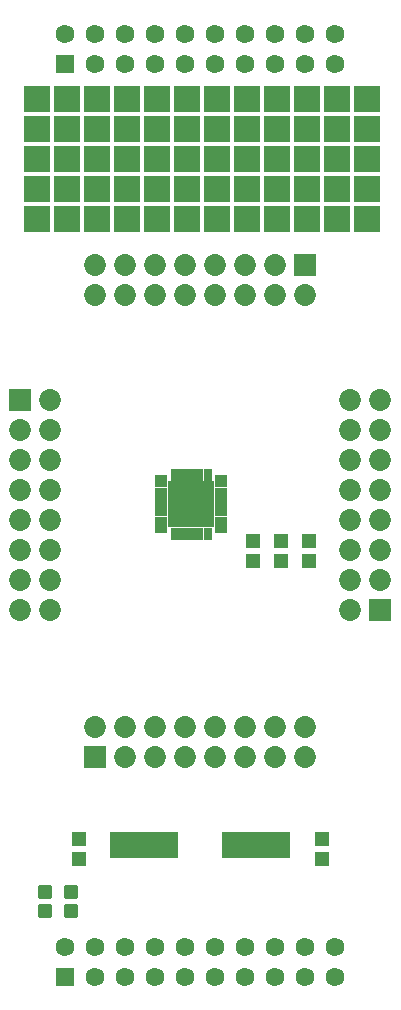
<source format=gbr>
%TF.GenerationSoftware,Altium Limited,Altium Designer,23.4.1 (23)*%
G04 Layer_Color=8388736*
%FSLAX45Y45*%
%MOMM*%
%TF.SameCoordinates,06F9E411-BB4A-4FCF-AF8D-8E7D50D0EFEC*%
%TF.FilePolarity,Negative*%
%TF.FileFunction,Soldermask,Top*%
%TF.Part,Single*%
G01*
G75*
%TA.AperFunction,SMDPad,CuDef*%
G04:AMPARAMS|DCode=31|XSize=1.1432mm|YSize=1.2232mm|CornerRadius=0.1956mm|HoleSize=0mm|Usage=FLASHONLY|Rotation=270.000|XOffset=0mm|YOffset=0mm|HoleType=Round|Shape=RoundedRectangle|*
%AMROUNDEDRECTD31*
21,1,1.14320,0.83200,0,0,270.0*
21,1,0.75200,1.22320,0,0,270.0*
1,1,0.39120,-0.41600,-0.37600*
1,1,0.39120,-0.41600,0.37600*
1,1,0.39120,0.41600,0.37600*
1,1,0.39120,0.41600,-0.37600*
%
%ADD31ROUNDEDRECTD31*%
%ADD32R,1.20320X1.30320*%
%ADD33R,3.95320X3.95320*%
%ADD34R,0.35320X1.00320*%
%ADD35R,1.00320X0.35320*%
%ADD36R,5.80320X2.30320*%
%TA.AperFunction,ComponentPad*%
%ADD37C,1.59320*%
%ADD38R,1.59320X1.59320*%
%ADD39R,1.85320X1.85320*%
%ADD40C,1.85320*%
%TA.AperFunction,ViaPad*%
%ADD41R,2.20320X2.20320*%
%TA.AperFunction,ComponentPad*%
%ADD42R,1.85320X1.85320*%
D31*
X333375Y1222000D02*
D03*
Y1064000D02*
D03*
X555625D02*
D03*
Y1222000D02*
D03*
D32*
X2095500Y4196625D02*
D03*
Y4026625D02*
D03*
X2333625Y4196625D02*
D03*
Y4026625D02*
D03*
X2571750Y4196625D02*
D03*
Y4026625D02*
D03*
X619125Y1502500D02*
D03*
Y1672500D02*
D03*
X2682875Y1502500D02*
D03*
Y1672500D02*
D03*
D33*
X1571625Y4508500D02*
D03*
D34*
X1729125Y4258500D02*
D03*
X1694125D02*
D03*
X1659125D02*
D03*
X1624125D02*
D03*
X1589125D02*
D03*
X1554125D02*
D03*
X1519125D02*
D03*
X1484125D02*
D03*
X1449125D02*
D03*
X1414125D02*
D03*
Y4758500D02*
D03*
X1449125D02*
D03*
X1484125D02*
D03*
X1519125D02*
D03*
X1554125D02*
D03*
X1589125D02*
D03*
X1624125D02*
D03*
X1659125D02*
D03*
X1694125D02*
D03*
X1729125D02*
D03*
D35*
X1316625Y4281000D02*
D03*
Y4316000D02*
D03*
Y4351000D02*
D03*
Y4386000D02*
D03*
Y4421000D02*
D03*
Y4456000D02*
D03*
Y4491000D02*
D03*
Y4526000D02*
D03*
Y4561000D02*
D03*
Y4596000D02*
D03*
Y4631000D02*
D03*
Y4666000D02*
D03*
Y4701000D02*
D03*
Y4736000D02*
D03*
X1826625D02*
D03*
Y4701000D02*
D03*
Y4666000D02*
D03*
Y4631000D02*
D03*
Y4596000D02*
D03*
Y4561000D02*
D03*
Y4526000D02*
D03*
Y4491000D02*
D03*
Y4456000D02*
D03*
Y4421000D02*
D03*
Y4386000D02*
D03*
Y4351000D02*
D03*
Y4316000D02*
D03*
Y4281000D02*
D03*
D36*
X2125000Y1619250D02*
D03*
X1175000D02*
D03*
D37*
X2794000Y8492000D02*
D03*
Y8238000D02*
D03*
X2540000Y8492000D02*
D03*
Y8238000D02*
D03*
X2286000Y8492000D02*
D03*
Y8238000D02*
D03*
X2032000Y8492000D02*
D03*
Y8238000D02*
D03*
X1778000Y8492000D02*
D03*
Y8238000D02*
D03*
X1524000Y8492000D02*
D03*
Y8238000D02*
D03*
X1270000Y8492000D02*
D03*
Y8238000D02*
D03*
X1016000Y8492000D02*
D03*
Y8238000D02*
D03*
X762000Y8492000D02*
D03*
Y8238000D02*
D03*
X508000Y8492000D02*
D03*
X2794000Y762000D02*
D03*
Y508000D02*
D03*
X2540000Y762000D02*
D03*
Y508000D02*
D03*
X2286000Y762000D02*
D03*
Y508000D02*
D03*
X2032000Y762000D02*
D03*
Y508000D02*
D03*
X1778000Y762000D02*
D03*
Y508000D02*
D03*
X1524000Y762000D02*
D03*
Y508000D02*
D03*
X1270000Y762000D02*
D03*
Y508000D02*
D03*
X1016000Y762000D02*
D03*
Y508000D02*
D03*
X762000Y762000D02*
D03*
Y508000D02*
D03*
X508000Y762000D02*
D03*
D38*
Y8238000D02*
D03*
Y508000D02*
D03*
D39*
X2539000Y6532000D02*
D03*
X761000Y2368000D02*
D03*
D40*
X2539000Y6278000D02*
D03*
X2285000Y6532000D02*
D03*
Y6278000D02*
D03*
X2031000Y6532000D02*
D03*
Y6278000D02*
D03*
X1777000Y6532000D02*
D03*
Y6278000D02*
D03*
X1523000Y6532000D02*
D03*
Y6278000D02*
D03*
X1269000Y6532000D02*
D03*
Y6278000D02*
D03*
X1015000Y6532000D02*
D03*
Y6278000D02*
D03*
X761000Y6532000D02*
D03*
Y6278000D02*
D03*
Y2622000D02*
D03*
X1015000Y2368000D02*
D03*
Y2622000D02*
D03*
X1269000Y2368000D02*
D03*
Y2622000D02*
D03*
X1523000Y2368000D02*
D03*
Y2622000D02*
D03*
X1777000Y2368000D02*
D03*
Y2622000D02*
D03*
X2031000Y2368000D02*
D03*
Y2622000D02*
D03*
X2285000Y2368000D02*
D03*
Y2622000D02*
D03*
X2539000Y2368000D02*
D03*
Y2622000D02*
D03*
X2919000Y3611000D02*
D03*
X3173000Y3865000D02*
D03*
X2919000D02*
D03*
X3173000Y4119000D02*
D03*
X2919000D02*
D03*
X3173000Y4373000D02*
D03*
X2919000D02*
D03*
X3173000Y4627000D02*
D03*
X2919000D02*
D03*
X3173000Y4881000D02*
D03*
X2919000D02*
D03*
X3173000Y5135000D02*
D03*
X2919000D02*
D03*
X3173000Y5389000D02*
D03*
X2919000D02*
D03*
X381000D02*
D03*
X127000Y5135000D02*
D03*
X381000D02*
D03*
X127000Y4881000D02*
D03*
X381000D02*
D03*
X127000Y4627000D02*
D03*
X381000D02*
D03*
X127000Y4373000D02*
D03*
X381000D02*
D03*
X127000Y4119000D02*
D03*
X381000D02*
D03*
X127000Y3865000D02*
D03*
X381000D02*
D03*
X127000Y3611000D02*
D03*
X381000D02*
D03*
D41*
X2555875Y6921500D02*
D03*
X2301875D02*
D03*
X2809875D02*
D03*
X3063875D02*
D03*
X1539875D02*
D03*
X1793875D02*
D03*
X2047875D02*
D03*
X1285875D02*
D03*
X777875D02*
D03*
X523875D02*
D03*
X1031875D02*
D03*
X269875D02*
D03*
X2555875Y7175500D02*
D03*
X2301875D02*
D03*
X2809875D02*
D03*
X3063875D02*
D03*
X1539875D02*
D03*
X1793875D02*
D03*
X2047875D02*
D03*
X1285875D02*
D03*
X777875D02*
D03*
X523875D02*
D03*
X1031875D02*
D03*
X269875D02*
D03*
Y7429500D02*
D03*
X1031875D02*
D03*
X523875D02*
D03*
X777875D02*
D03*
X1285875D02*
D03*
X2047875D02*
D03*
X1793875D02*
D03*
X1539875D02*
D03*
X3063875D02*
D03*
X2809875D02*
D03*
X2301875D02*
D03*
X2555875D02*
D03*
X2301875Y7937500D02*
D03*
Y7683500D02*
D03*
X2555875D02*
D03*
Y7937500D02*
D03*
X3063875D02*
D03*
Y7683500D02*
D03*
X2809875D02*
D03*
Y7937500D02*
D03*
X1285875D02*
D03*
Y7683500D02*
D03*
X1539875D02*
D03*
Y7937500D02*
D03*
X2047875D02*
D03*
Y7683500D02*
D03*
X1793875D02*
D03*
Y7937500D02*
D03*
X777875D02*
D03*
Y7683500D02*
D03*
X1031875D02*
D03*
Y7937500D02*
D03*
X523875D02*
D03*
Y7683500D02*
D03*
X269875D02*
D03*
Y7937500D02*
D03*
D42*
X3173000Y3611000D02*
D03*
X127000Y5389000D02*
D03*
%TF.MD5,6f2abf1438d3d075cecea25cea327edc*%
M02*

</source>
